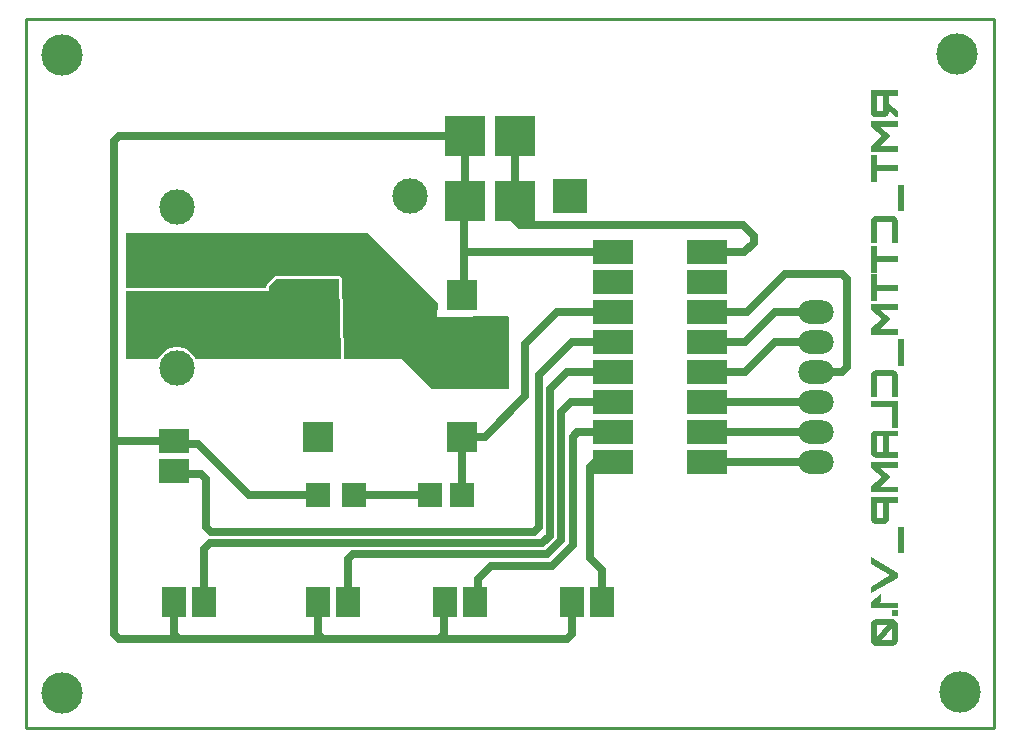
<source format=gbr>
%TF.GenerationSoftware,Altium Limited,Altium Designer,23.1.1 (15)*%
G04 Layer_Physical_Order=2*
G04 Layer_Color=16711680*
%FSLAX45Y45*%
%MOMM*%
%TF.SameCoordinates,577F6362-1072-468E-9D62-096A069DAD50*%
%TF.FilePolarity,Positive*%
%TF.FileFunction,Copper,L2,Bot,Signal*%
%TF.Part,Single*%
G01*
G75*
%TA.AperFunction,ComponentPad*%
%ADD10R,2.50000X2.50000*%
%ADD11R,3.50000X3.50000*%
%ADD12R,3.00000X3.00000*%
%ADD13C,3.00000*%
%ADD14R,3.50000X3.50000*%
%ADD15R,2.00000X2.50000*%
%ADD16O,3.00000X2.00000*%
%ADD17R,3.50000X2.00000*%
%ADD18R,2.50000X2.00000*%
%TA.AperFunction,ViaPad*%
%ADD19C,3.50000*%
%TA.AperFunction,SMDPad,CuDef*%
%ADD20R,2.00000X2.00000*%
%ADD21R,2.00000X2.00000*%
%TA.AperFunction,NonConductor*%
%ADD22C,0.25400*%
%TA.AperFunction,Conductor*%
%ADD23C,0.70000*%
G36*
X2666829Y3133265D02*
X2657934Y3124200D01*
X1436147D01*
X1433337Y3130983D01*
X1414142Y3159711D01*
X1389711Y3184142D01*
X1360983Y3203338D01*
X1329062Y3216559D01*
X1295175Y3223300D01*
X1260625D01*
X1226738Y3216559D01*
X1194817Y3203338D01*
X1166089Y3184142D01*
X1141658Y3159711D01*
X1122463Y3130983D01*
X1119653Y3124200D01*
X850900D01*
Y3695700D01*
X2057400D01*
Y3733800D01*
X2120900Y3797300D01*
X2654300D01*
X2666829Y3133265D01*
D02*
G37*
G36*
X3492500Y3594100D02*
X3479800Y3479800D01*
X4080370Y3486513D01*
X4089400Y3477583D01*
Y2870200D01*
X3441700D01*
X3187700Y3124200D01*
X2702917D01*
X2693524Y3132780D01*
X2692722Y3133754D01*
X2680193Y3797788D01*
X2679165Y3802489D01*
X2678226Y3807211D01*
X2678088Y3807417D01*
X2678035Y3807660D01*
X2675288Y3811608D01*
X2672612Y3815612D01*
X2672406Y3815751D01*
X2672264Y3815955D01*
X2668215Y3818550D01*
X2664211Y3821226D01*
X2663966Y3821275D01*
X2663757Y3821409D01*
X2659021Y3822259D01*
X2654300Y3823198D01*
X2120900D01*
X2110989Y3821226D01*
X2102588Y3815612D01*
X2039088Y3752112D01*
X2033474Y3743711D01*
X2031502Y3733800D01*
Y3721598D01*
X850900D01*
Y4191000D01*
X2895600D01*
X3492500Y3594100D01*
D02*
G37*
G36*
X7383179Y5348179D02*
X7308198D01*
X7308033Y5282360D01*
X7383179Y5219212D01*
Y5168225D01*
X7366517D01*
X7307872Y5217824D01*
X7308033Y5282360D01*
X7303866Y5285862D01*
Y5221212D01*
X7307872Y5217824D01*
X7307865Y5215213D01*
X7307532Y5210548D01*
X7306865Y5205882D01*
X7305865Y5201883D01*
X7304533Y5198551D01*
X7303533Y5195551D01*
X7302533Y5193552D01*
X7301867Y5191886D01*
X7301533Y5191552D01*
X7298867Y5187887D01*
X7295868Y5184221D01*
X7293202Y5181555D01*
X7290203Y5178889D01*
X7287870Y5177223D01*
X7285871Y5175557D01*
X7284538Y5174890D01*
X7284204Y5174557D01*
X7279872Y5172224D01*
X7275873Y5170558D01*
X7271874Y5169558D01*
X7268208Y5168558D01*
X7265209Y5168225D01*
X7262543Y5167892D01*
X7261210D01*
X7260544D01*
X7201226D01*
X7196560Y5168225D01*
X7192228Y5168892D01*
X7188229Y5169891D01*
X7184896Y5171224D01*
X7181897Y5172557D01*
X7179898Y5173557D01*
X7178232Y5174224D01*
X7177898Y5174557D01*
X7173899Y5177223D01*
X7170567Y5179889D01*
X7167568Y5182555D01*
X7165235Y5185554D01*
X7163235Y5187887D01*
X7161569Y5189886D01*
X7160903Y5191219D01*
X7160569Y5191552D01*
X7158237Y5195551D01*
X7156570Y5199884D01*
X7155571Y5203549D01*
X7154571Y5207215D01*
X7154238Y5210548D01*
X7153904Y5212880D01*
Y5397500D01*
X7383179D01*
Y5348179D01*
D02*
G37*
G36*
Y5085246D02*
X7229552D01*
X7323861Y5005600D01*
X7229218Y4926620D01*
X7383179D01*
Y4876966D01*
X7153571D01*
Y4928287D01*
X7246547Y5005600D01*
X7153571Y5083580D01*
Y5134567D01*
X7383179D01*
Y5085246D01*
D02*
G37*
G36*
X7203558Y4759996D02*
X7383179D01*
Y4710342D01*
X7203558D01*
Y4620365D01*
X7153571D01*
Y4849973D01*
X7203558D01*
Y4759996D01*
D02*
G37*
G36*
X7432500Y4371762D02*
X7383512D01*
Y4597371D01*
X7432500D01*
Y4371762D01*
D02*
G37*
G36*
X7340857Y4332439D02*
X7345522Y4331773D01*
X7349521Y4330773D01*
X7352853Y4329440D01*
X7355853Y4328440D01*
X7357852Y4327440D01*
X7359518Y4326774D01*
X7359852Y4326441D01*
X7363517Y4323775D01*
X7366850Y4321109D01*
X7369849Y4318109D01*
X7372182Y4315443D01*
X7374181Y4313111D01*
X7375514Y4311111D01*
X7376514Y4309778D01*
X7376847Y4309445D01*
X7378847Y4305446D01*
X7380513Y4301114D01*
X7381513Y4297115D01*
X7382513Y4293449D01*
X7382846Y4290117D01*
X7383179Y4287784D01*
Y4103831D01*
X7333525D01*
Y4272788D01*
X7333192Y4276120D01*
X7332192Y4278786D01*
X7331192Y4280119D01*
X7330859Y4280786D01*
X7328526Y4282452D01*
X7325860Y4283118D01*
X7323861Y4283452D01*
X7323528D01*
X7323194D01*
X7213889D01*
X7210557Y4283118D01*
X7207891Y4282119D01*
X7206558Y4281119D01*
X7206224Y4280786D01*
X7204558Y4278120D01*
X7203892Y4275787D01*
X7203558Y4273454D01*
Y4103831D01*
X7153571D01*
Y4285451D01*
X7153904Y4290450D01*
X7154571Y4294782D01*
X7155571Y4298781D01*
X7156904Y4302447D01*
X7158237Y4305446D01*
X7159236Y4307446D01*
X7159903Y4309112D01*
X7160236Y4309445D01*
X7162902Y4313111D01*
X7165568Y4316443D01*
X7168234Y4319442D01*
X7171233Y4321775D01*
X7173566Y4323775D01*
X7175566Y4325108D01*
X7176899Y4326107D01*
X7177232Y4326441D01*
X7181231Y4328440D01*
X7185563Y4330106D01*
X7189229Y4331106D01*
X7192894Y4332106D01*
X7196227Y4332439D01*
X7198560Y4332772D01*
X7200226D01*
X7200892D01*
X7336191D01*
X7340857Y4332439D01*
D02*
G37*
G36*
X7203558Y3991860D02*
X7383179D01*
Y3942206D01*
X7203558D01*
Y3852229D01*
X7153571D01*
Y4081837D01*
X7203558D01*
Y3991860D01*
D02*
G37*
G36*
Y3749922D02*
X7383179D01*
Y3700268D01*
X7203558D01*
Y3610291D01*
X7153571D01*
Y3839899D01*
X7203558D01*
Y3749922D01*
D02*
G37*
G36*
X7383179Y3537309D02*
X7229552D01*
X7323861Y3457663D01*
X7229218Y3378683D01*
X7383179D01*
Y3329029D01*
X7153571D01*
Y3380350D01*
X7246547Y3457663D01*
X7153571Y3535643D01*
Y3586630D01*
X7383179D01*
Y3537309D01*
D02*
G37*
G36*
X7432500Y3065763D02*
X7383512D01*
Y3291372D01*
X7432500D01*
Y3065763D01*
D02*
G37*
G36*
X7340857Y3026440D02*
X7345522Y3025774D01*
X7349521Y3024774D01*
X7352853Y3023441D01*
X7355853Y3022441D01*
X7357852Y3021442D01*
X7359518Y3020775D01*
X7359852Y3020442D01*
X7363517Y3017776D01*
X7366850Y3015110D01*
X7369849Y3012111D01*
X7372182Y3009445D01*
X7374181Y3007112D01*
X7375514Y3005112D01*
X7376514Y3003779D01*
X7376847Y3003446D01*
X7378847Y2999447D01*
X7380513Y2995115D01*
X7381513Y2991116D01*
X7382513Y2987450D01*
X7382846Y2984118D01*
X7383179Y2981785D01*
Y2797832D01*
X7333525D01*
Y2966789D01*
X7333192Y2970121D01*
X7332192Y2972787D01*
X7331192Y2974120D01*
X7330859Y2974787D01*
X7328526Y2976453D01*
X7325860Y2977120D01*
X7323861Y2977453D01*
X7323528D01*
X7323194D01*
X7213889D01*
X7210557Y2977120D01*
X7207891Y2976120D01*
X7206558Y2975120D01*
X7206224Y2974787D01*
X7204558Y2972121D01*
X7203892Y2969788D01*
X7203558Y2967455D01*
Y2797832D01*
X7153571D01*
Y2979452D01*
X7153904Y2984451D01*
X7154571Y2988783D01*
X7155571Y2992782D01*
X7156904Y2996448D01*
X7158237Y2999447D01*
X7159236Y3001447D01*
X7159903Y3003113D01*
X7160236Y3003446D01*
X7162902Y3007112D01*
X7165568Y3010444D01*
X7168234Y3013444D01*
X7171233Y3015776D01*
X7173566Y3017776D01*
X7175566Y3019109D01*
X7176899Y3020109D01*
X7177232Y3020442D01*
X7181231Y3022441D01*
X7185563Y3024107D01*
X7189229Y3025107D01*
X7192894Y3026107D01*
X7196227Y3026440D01*
X7198560Y3026773D01*
X7200226D01*
X7200892D01*
X7336191D01*
X7340857Y3026440D01*
D02*
G37*
G36*
X7383179Y2534566D02*
X7333525D01*
Y2714853D01*
X7153238D01*
Y2764174D01*
X7383179D01*
Y2534566D01*
D02*
G37*
G36*
X7383179Y2466250D02*
X7309198D01*
Y2335950D01*
X7383179D01*
Y2285963D01*
X7200893D01*
X7196227Y2286296D01*
X7191562Y2286963D01*
X7187563Y2287963D01*
X7184230Y2289296D01*
X7181231Y2290629D01*
X7179232Y2291628D01*
X7177565Y2292295D01*
X7177232Y2292628D01*
X7173566Y2295294D01*
X7169901Y2297960D01*
X7167235Y2300626D01*
X7164569Y2303625D01*
X7162902Y2305958D01*
X7161236Y2307958D01*
X7160570Y2309291D01*
X7160236Y2309624D01*
X7157904Y2313623D01*
X7156237Y2317955D01*
X7155238Y2321954D01*
X7154238Y2325620D01*
X7153905Y2328952D01*
X7153571Y2331285D01*
Y2468250D01*
X7153905Y2473249D01*
X7154571Y2477581D01*
X7155571Y2481580D01*
X7156904Y2485245D01*
X7158237Y2488245D01*
X7159237Y2490244D01*
X7159903Y2491910D01*
X7160236Y2492244D01*
X7162902Y2495909D01*
X7165568Y2499242D01*
X7168234Y2502241D01*
X7171233Y2504574D01*
X7173566Y2506573D01*
X7175566Y2507906D01*
X7176899Y2508906D01*
X7177232Y2509239D01*
X7181231Y2511239D01*
X7185563Y2512905D01*
X7189229Y2513905D01*
X7192894Y2514905D01*
X7196227Y2515238D01*
X7198560Y2515571D01*
X7200226D01*
X7200892D01*
X7383179D01*
X7383179Y2466250D01*
D02*
G37*
G36*
Y2200318D02*
X7229552D01*
X7323861Y2120672D01*
X7229219Y2041692D01*
X7383179D01*
Y1992038D01*
X7153571D01*
Y2043359D01*
X7246548Y2120672D01*
X7153571Y2198652D01*
Y2249639D01*
X7383179D01*
Y2200318D01*
D02*
G37*
G36*
Y1904394D02*
X7308198D01*
X7307865Y1771428D01*
X7307532Y1766763D01*
X7306865Y1762097D01*
X7305866Y1758098D01*
X7304533Y1754766D01*
X7303533Y1751767D01*
X7302533Y1749767D01*
X7301867Y1748101D01*
X7301534Y1747768D01*
X7298868Y1744102D01*
X7295868Y1740436D01*
X7293202Y1737770D01*
X7290203Y1735104D01*
X7287870Y1733438D01*
X7285871Y1731772D01*
X7284538Y1731105D01*
X7284205Y1730772D01*
X7279872Y1728439D01*
X7275873Y1726773D01*
X7271874Y1725773D01*
X7268209Y1724774D01*
X7265209Y1724440D01*
X7262544Y1724107D01*
X7261211D01*
X7260544D01*
X7201226D01*
X7196560Y1724440D01*
X7192228Y1725107D01*
X7188229Y1726107D01*
X7184897Y1727440D01*
X7181897Y1728773D01*
X7179898Y1729772D01*
X7178232Y1730439D01*
X7177899Y1730772D01*
X7173900Y1733438D01*
X7170567Y1736104D01*
X7167568Y1738770D01*
X7165235Y1741769D01*
X7163236Y1744102D01*
X7161569Y1746101D01*
X7160903Y1747434D01*
X7160570Y1747768D01*
X7158237Y1751767D01*
X7156571Y1756099D01*
X7155571Y1759765D01*
X7154571Y1763430D01*
X7154238Y1766763D01*
X7153905Y1769096D01*
Y1953715D01*
X7383179D01*
Y1904394D01*
D02*
G37*
G36*
X7432500Y1476504D02*
X7383513D01*
Y1702113D01*
X7432500D01*
Y1476504D01*
D02*
G37*
G36*
X7383179Y1311213D02*
Y1269890D01*
X7153571Y1136924D01*
Y1194243D01*
X7320529Y1290551D01*
X7153571Y1386860D01*
Y1444179D01*
X7383179Y1311213D01*
D02*
G37*
G36*
X7241216Y1070274D02*
X7227886Y1059944D01*
X7383179D01*
Y1010956D01*
X7153571D01*
Y1061610D01*
X7241216Y1135258D01*
Y1070274D01*
D02*
G37*
G36*
X7383179Y944640D02*
X7334525D01*
Y993627D01*
X7383179D01*
Y944640D01*
D02*
G37*
G36*
X7338524Y917980D02*
X7342856Y917314D01*
X7346855Y916314D01*
X7350188Y914981D01*
X7353187Y913981D01*
X7355520Y912981D01*
X7356853Y912315D01*
X7357519Y911982D01*
X7361518Y909316D01*
X7365184Y906650D01*
X7368516Y903984D01*
X7371182Y901318D01*
X7373182Y898985D01*
X7374848Y896986D01*
X7375848Y895653D01*
X7376181Y895319D01*
X7378514Y891320D01*
X7380180Y886988D01*
X7381513Y882989D01*
X7382180Y879323D01*
X7382846Y876324D01*
X7383179Y873991D01*
Y739359D01*
X7382846Y734694D01*
X7382180Y730362D01*
X7380847Y726363D01*
X7379514Y723030D01*
X7378514Y720364D01*
X7377181Y718031D01*
X7376514Y716698D01*
X7376181Y716365D01*
X7373182Y712699D01*
X7370183Y709034D01*
X7367183Y706368D01*
X7364184Y703702D01*
X7361518Y702035D01*
X7359519Y700369D01*
X7357852Y699703D01*
X7357519Y699369D01*
X7353187Y697037D01*
X7349188Y695370D01*
X7345189Y694371D01*
X7341523Y693371D01*
X7338191Y693038D01*
X7335858Y692704D01*
X7334525D01*
X7333859D01*
X7201226D01*
X7196560Y693038D01*
X7192228Y693704D01*
X7188229Y694704D01*
X7184897Y696037D01*
X7181897Y697370D01*
X7179898Y698370D01*
X7178232Y699036D01*
X7177899Y699369D01*
X7173900Y702035D01*
X7170567Y704701D01*
X7167568Y707367D01*
X7164902Y710367D01*
X7162902Y712699D01*
X7161569Y714699D01*
X7160570Y716032D01*
X7160236Y716365D01*
X7157904Y720364D01*
X7156237Y724363D01*
X7155238Y728029D01*
X7154238Y731694D01*
X7153905Y734694D01*
X7153571Y737360D01*
Y871659D01*
X7153905Y876324D01*
X7154571Y880990D01*
X7155571Y884989D01*
X7156904Y888321D01*
X7158237Y891320D01*
X7159237Y893320D01*
X7159903Y894986D01*
X7160236Y895319D01*
X7162902Y898985D01*
X7165902Y902317D01*
X7168901Y904983D01*
X7171567Y907649D01*
X7173900Y909316D01*
X7175899Y910982D01*
X7177565Y911648D01*
X7177899Y911982D01*
X7181897Y913981D01*
X7185896Y915647D01*
X7189895Y916647D01*
X7193561Y917647D01*
X7196560Y917980D01*
X7199226Y918313D01*
X7200559D01*
X7201226D01*
X7333859D01*
X7338524Y917980D01*
D02*
G37*
%LPC*%
G36*
X3896500Y3125383D02*
X3872933Y3120696D01*
X3852954Y3107346D01*
X3849854Y3104246D01*
X3836504Y3084267D01*
X3831817Y3060700D01*
X3836504Y3037133D01*
X3849854Y3017154D01*
X3869833Y3003805D01*
X3893400Y2999117D01*
X3916967Y3003805D01*
X3936946Y3017154D01*
X3940046Y3020254D01*
X3953395Y3040233D01*
X3958083Y3063800D01*
X3953395Y3087367D01*
X3940046Y3107346D01*
X3920067Y3120696D01*
X3896500Y3125383D01*
D02*
G37*
G36*
X7257878Y5348179D02*
X7203558D01*
Y5217879D01*
X7257878D01*
Y5348179D01*
D02*
G37*
G36*
X7259544Y2466250D02*
X7203559D01*
Y2335950D01*
X7259544D01*
Y2466250D01*
D02*
G37*
G36*
X7257878Y1904394D02*
X7203559D01*
Y1774094D01*
X7257878D01*
Y1904394D01*
D02*
G37*
G36*
X7289203Y869659D02*
X7203892D01*
Y767685D01*
X7289203Y869659D01*
D02*
G37*
G36*
X7331526Y843333D02*
X7245881Y741692D01*
X7331526D01*
Y843333D01*
D02*
G37*
%LPD*%
D10*
X3696500Y3663800D02*
D03*
Y2463800D02*
D03*
X2476500D02*
D03*
Y3663800D02*
D03*
X3896500Y3063800D02*
D03*
D11*
X4140200Y4457700D02*
D03*
Y5007700D02*
D03*
X3720200D02*
D03*
Y4457700D02*
D03*
D12*
X4610200Y4503700D02*
D03*
D13*
X3250200D02*
D03*
X1277900Y4407900D02*
D03*
Y3047900D02*
D03*
D14*
X1231900Y3937900D02*
D03*
X1781900D02*
D03*
Y3517900D02*
D03*
X1231900D02*
D03*
D15*
X1511300Y1066800D02*
D03*
X1257300D02*
D03*
X4876800D02*
D03*
X4622800D02*
D03*
X3803650D02*
D03*
X3549650D02*
D03*
X2730500D02*
D03*
X2476500D02*
D03*
D16*
X6692500Y2501900D02*
D03*
Y2755900D02*
D03*
Y3263900D02*
D03*
Y2247900D02*
D03*
Y3517900D02*
D03*
Y3009900D02*
D03*
D17*
X5769100Y2247900D02*
D03*
Y2501900D02*
D03*
Y2755900D02*
D03*
Y3009900D02*
D03*
Y3263900D02*
D03*
Y3517900D02*
D03*
Y3771900D02*
D03*
Y4025900D02*
D03*
X4975100D02*
D03*
Y3771900D02*
D03*
Y3517900D02*
D03*
Y3263900D02*
D03*
Y3009900D02*
D03*
Y2755900D02*
D03*
Y2501900D02*
D03*
Y2247900D02*
D03*
D18*
X1257300Y2171700D02*
D03*
Y2425700D02*
D03*
D19*
X310000Y290000D02*
D03*
X7907500Y305000D02*
D03*
X302500Y5692500D02*
D03*
X7885000Y5700000D02*
D03*
D20*
X3696501Y1968500D02*
D03*
X3426501D02*
D03*
D21*
X2476499D02*
D03*
X2781499D02*
D03*
D22*
X0Y0D02*
X8200000D01*
X0Y6000000D02*
X8200000D01*
Y0D02*
Y6000000D01*
X0Y0D02*
Y6000000D01*
D23*
X6908995Y3840000D02*
X6950000Y3798995D01*
X6908995Y3009900D02*
X6950000Y3050905D01*
X6427500Y3840000D02*
X6908995D01*
X6950000Y3050905D02*
Y3798995D01*
X6692500Y3009900D02*
X6908995D01*
X5769100Y3517900D02*
X6105400D01*
X6427500Y3840000D01*
X6086274Y3263900D02*
X6340274Y3517900D01*
X6692500D01*
X5769100Y3263900D02*
X6086274D01*
Y3009900D02*
X6340274Y3263900D01*
X6692500D01*
X5769100Y3009900D02*
X6086274D01*
X5769100Y2755900D02*
X6692500D01*
X5769100Y2501900D02*
X6692500D01*
X5769100Y2247900D02*
X6692500D01*
X6083400Y4025900D02*
X6162255Y4104755D01*
Y4162745D01*
X6070500Y4254500D02*
X6162255Y4162745D01*
X4181205Y4254500D02*
X6070500D01*
X5769100Y4025900D02*
X6083400D01*
X1892300Y1968500D02*
X2476499D01*
X1282174Y2400826D02*
X1459974D01*
X1892300Y1968500D01*
X1257300Y2425700D02*
X1282174Y2400826D01*
X4140200Y4295505D02*
Y5007700D01*
Y4295505D02*
X4181205Y4254500D01*
X4495800Y3517900D02*
X4975100D01*
X4229100Y3251200D02*
X4495800Y3517900D01*
X4229100Y2806700D02*
Y3251200D01*
X4622800Y3263900D02*
X4975100D01*
X4343400Y1698806D02*
Y2984500D01*
X4622800Y3263900D01*
X1565005Y1657800D02*
X4302395D01*
X4343400Y1698806D01*
X4374111Y1562400D02*
X4438800Y1627089D01*
X4453143Y1371600D02*
X4629601Y1548058D01*
X4413627Y1467000D02*
X4534200Y1587574D01*
X3708350Y4025900D02*
X4975100D01*
X3708350Y3675650D02*
Y4025900D01*
Y4445850D01*
X3502295Y749300D02*
X4581795D01*
X749300Y2425700D02*
X749300Y2425700D01*
X1257300D01*
X749300Y790305D02*
Y2425700D01*
X4876800Y1071205D02*
Y1333500D01*
X4775200Y1435100D02*
Y2206895D01*
Y1435100D02*
X4876800Y1333500D01*
X4775200Y2206895D02*
X4816205Y2247900D01*
X4975100D01*
X749300Y790305D02*
X790305Y749300D01*
X1298305D01*
X749300Y2425700D02*
Y4966695D01*
X790305Y5007700D02*
X3720200D01*
X749300Y4966695D02*
X790305Y5007700D01*
X3708350Y4445850D02*
X3720200Y4457700D01*
X3696500Y3663800D02*
X3708350Y3675650D01*
X3720200Y4457700D02*
Y5007700D01*
X3893400Y3060700D02*
X3896500Y3063800D01*
X4438800Y2864000D02*
X4584700Y3009900D01*
X4438800Y1627089D02*
Y2864000D01*
X4584700Y3009900D02*
X4975100D01*
X3886200Y2463800D02*
X4229100Y2806700D01*
X3696500Y2463800D02*
X3886200D01*
X3696500Y1968500D02*
Y2463800D01*
Y1968500D02*
X3696501Y1968500D01*
X3696500Y2463800D02*
X3696500Y2463800D01*
X4617848Y2755900D02*
X4975100D01*
X4534200Y1587574D02*
Y2672253D01*
X4617848Y2755900D01*
X1298305Y749300D02*
X2517505D01*
X1257300Y790305D02*
Y1066800D01*
Y790305D02*
X1298305Y749300D01*
X1482995Y2146826D02*
X1524000Y2105821D01*
X1282174Y2146826D02*
X1482995D01*
X1524000Y1698806D02*
Y2105821D01*
X1511300Y1511300D02*
X1562400Y1562400D01*
X1511300Y1066800D02*
Y1511300D01*
X1562400Y1562400D02*
X4374111D01*
X2771505Y1467000D02*
X4413627D01*
X2730500Y1066800D02*
Y1425995D01*
X2771505Y1467000D01*
X1524000Y1698806D02*
X1565005Y1657800D01*
X3828524Y1260219D02*
X3939905Y1371600D01*
X4453143D01*
X4629601Y1548058D02*
Y2460895D01*
X4670606Y2501900D02*
X4975100D01*
X4629601Y2460895D02*
X4670606Y2501900D01*
X1257300Y2171700D02*
X1282174Y2146826D01*
X2781499Y1968500D02*
X3426501D01*
X2451626Y1091674D02*
X2476500Y1066800D01*
X2476499Y1968500D02*
X2476500Y1968500D01*
X2476500Y790305D02*
Y1066800D01*
Y790305D02*
X2517505Y749300D01*
X3502295D01*
X3543300Y790305D01*
Y1060450D01*
X3549650Y1066800D01*
X4581795Y749300D02*
X4622800Y790305D01*
Y1066800D01*
X3803650D02*
X3828524Y1091674D01*
Y1260219D01*
%TF.MD5,28bc55c96fc1237ed1eaa24b8053b2be*%
M02*

</source>
